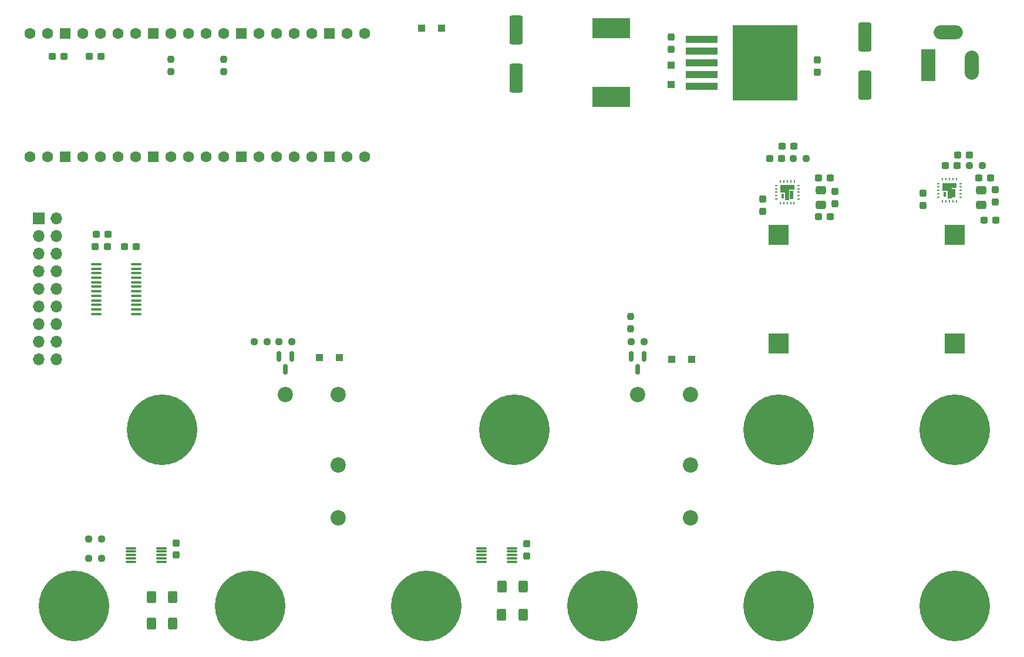
<source format=gbs>
G04 #@! TF.GenerationSoftware,KiCad,Pcbnew,6.0.2+dfsg-1*
G04 #@! TF.CreationDate,2023-02-25T17:51:14+02:00*
G04 #@! TF.ProjectId,pina,70696e61-2e6b-4696-9361-645f70636258,rev?*
G04 #@! TF.SameCoordinates,Original*
G04 #@! TF.FileFunction,Soldermask,Bot*
G04 #@! TF.FilePolarity,Negative*
%FSLAX46Y46*%
G04 Gerber Fmt 4.6, Leading zero omitted, Abs format (unit mm)*
G04 Created by KiCad (PCBNEW 6.0.2+dfsg-1) date 2023-02-25 17:51:14*
%MOMM*%
%LPD*%
G01*
G04 APERTURE LIST*
G04 Aperture macros list*
%AMRoundRect*
0 Rectangle with rounded corners*
0 $1 Rounding radius*
0 $2 $3 $4 $5 $6 $7 $8 $9 X,Y pos of 4 corners*
0 Add a 4 corners polygon primitive as box body*
4,1,4,$2,$3,$4,$5,$6,$7,$8,$9,$2,$3,0*
0 Add four circle primitives for the rounded corners*
1,1,$1+$1,$2,$3*
1,1,$1+$1,$4,$5*
1,1,$1+$1,$6,$7*
1,1,$1+$1,$8,$9*
0 Add four rect primitives between the rounded corners*
20,1,$1+$1,$2,$3,$4,$5,0*
20,1,$1+$1,$4,$5,$6,$7,0*
20,1,$1+$1,$6,$7,$8,$9,0*
20,1,$1+$1,$8,$9,$2,$3,0*%
G04 Aperture macros list end*
%ADD10C,0.010000*%
%ADD11C,10.160000*%
%ADD12C,1.600000*%
%ADD13RoundRect,0.200000X0.600000X-0.600000X0.600000X0.600000X-0.600000X0.600000X-0.600000X-0.600000X0*%
%ADD14R,1.700000X1.700000*%
%ADD15O,1.700000X1.700000*%
%ADD16R,2.000000X4.600000*%
%ADD17O,2.000000X4.200000*%
%ADD18O,4.200000X2.000000*%
%ADD19R,5.400000X2.900000*%
%ADD20RoundRect,0.237500X-0.237500X0.300000X-0.237500X-0.300000X0.237500X-0.300000X0.237500X0.300000X0*%
%ADD21R,2.900000X3.000000*%
%ADD22RoundRect,0.150000X-0.150000X0.587500X-0.150000X-0.587500X0.150000X-0.587500X0.150000X0.587500X0*%
%ADD23R,1.100000X1.100000*%
%ADD24R,0.200000X0.300000*%
%ADD25R,0.300000X0.200000*%
%ADD26R,0.470000X1.170000*%
%ADD27R,0.450000X0.790000*%
%ADD28C,2.200000*%
%ADD29RoundRect,0.237500X0.300000X0.237500X-0.300000X0.237500X-0.300000X-0.237500X0.300000X-0.237500X0*%
%ADD30RoundRect,0.237500X0.237500X-0.300000X0.237500X0.300000X-0.237500X0.300000X-0.237500X-0.300000X0*%
%ADD31RoundRect,0.250000X-0.400000X-0.625000X0.400000X-0.625000X0.400000X0.625000X-0.400000X0.625000X0*%
%ADD32RoundRect,0.237500X-0.237500X0.250000X-0.237500X-0.250000X0.237500X-0.250000X0.237500X0.250000X0*%
%ADD33RoundRect,0.237500X-0.250000X-0.237500X0.250000X-0.237500X0.250000X0.237500X-0.250000X0.237500X0*%
%ADD34RoundRect,0.075000X-0.650000X-0.075000X0.650000X-0.075000X0.650000X0.075000X-0.650000X0.075000X0*%
%ADD35RoundRect,0.237500X0.250000X0.237500X-0.250000X0.237500X-0.250000X-0.237500X0.250000X-0.237500X0*%
%ADD36RoundRect,0.250000X-0.700000X1.825000X-0.700000X-1.825000X0.700000X-1.825000X0.700000X1.825000X0*%
%ADD37RoundRect,0.237500X-0.300000X-0.237500X0.300000X-0.237500X0.300000X0.237500X-0.300000X0.237500X0*%
%ADD38RoundRect,0.250000X0.700000X-1.825000X0.700000X1.825000X-0.700000X1.825000X-0.700000X-1.825000X0*%
%ADD39RoundRect,0.250000X0.475000X-0.337500X0.475000X0.337500X-0.475000X0.337500X-0.475000X-0.337500X0*%
%ADD40RoundRect,0.100000X0.637500X0.100000X-0.637500X0.100000X-0.637500X-0.100000X0.637500X-0.100000X0*%
%ADD41RoundRect,0.250000X0.400000X0.625000X-0.400000X0.625000X-0.400000X-0.625000X0.400000X-0.625000X0*%
%ADD42R,4.600000X1.100000*%
%ADD43R,9.400000X10.800000*%
G04 APERTURE END LIST*
D10*
X199304000Y-66497000D02*
X197354000Y-66497000D01*
X197354000Y-66497000D02*
X197354000Y-67557000D01*
X197354000Y-67557000D02*
X198064000Y-67557000D01*
X198064000Y-67557000D02*
X198064000Y-68647000D01*
X198064000Y-68647000D02*
X198574000Y-68647000D01*
X198574000Y-68647000D02*
X198574000Y-67147000D01*
X198574000Y-67147000D02*
X199304000Y-67147000D01*
X199304000Y-67147000D02*
X199304000Y-66497000D01*
G36*
X199304000Y-67147000D02*
G01*
X198574000Y-67147000D01*
X198574000Y-68647000D01*
X198064000Y-68647000D01*
X198064000Y-67557000D01*
X197354000Y-67557000D01*
X197354000Y-66497000D01*
X199304000Y-66497000D01*
X199304000Y-67147000D01*
G37*
X199304000Y-67147000D02*
X198574000Y-67147000D01*
X198574000Y-68647000D01*
X198064000Y-68647000D01*
X198064000Y-67557000D01*
X197354000Y-67557000D01*
X197354000Y-66497000D01*
X199304000Y-66497000D01*
X199304000Y-67147000D01*
X222693500Y-66235000D02*
X220743500Y-66235000D01*
X220743500Y-66235000D02*
X220743500Y-67295000D01*
X220743500Y-67295000D02*
X221453500Y-67295000D01*
X221453500Y-67295000D02*
X221453500Y-68385000D01*
X221453500Y-68385000D02*
X221963500Y-68385000D01*
X221963500Y-68385000D02*
X221963500Y-66885000D01*
X221963500Y-66885000D02*
X222693500Y-66885000D01*
X222693500Y-66885000D02*
X222693500Y-66235000D01*
G36*
X222693500Y-66885000D02*
G01*
X221963500Y-66885000D01*
X221963500Y-68385000D01*
X221453500Y-68385000D01*
X221453500Y-67295000D01*
X220743500Y-67295000D01*
X220743500Y-66235000D01*
X222693500Y-66235000D01*
X222693500Y-66885000D01*
G37*
X222693500Y-66885000D02*
X221963500Y-66885000D01*
X221963500Y-68385000D01*
X221453500Y-68385000D01*
X221453500Y-67295000D01*
X220743500Y-67295000D01*
X220743500Y-66235000D01*
X222693500Y-66235000D01*
X222693500Y-66885000D01*
D11*
X222504000Y-127254000D03*
X171704000Y-127254000D03*
X146304000Y-127254000D03*
X95504000Y-127254000D03*
X197104000Y-101854000D03*
D12*
X89154000Y-62484000D03*
X91694000Y-62484000D03*
D13*
X94234000Y-62484000D03*
D12*
X96774000Y-62484000D03*
X99314000Y-62484000D03*
X101854000Y-62484000D03*
X104394000Y-62484000D03*
D13*
X106934000Y-62484000D03*
D12*
X109474000Y-62484000D03*
X112014000Y-62484000D03*
X114554000Y-62484000D03*
X117094000Y-62484000D03*
D13*
X119634000Y-62484000D03*
D12*
X122174000Y-62484000D03*
X124714000Y-62484000D03*
X127254000Y-62442119D03*
X129794000Y-62484000D03*
D13*
X132334000Y-62484000D03*
D12*
X134874000Y-62484000D03*
X137414000Y-62484000D03*
X137414000Y-44704000D03*
X134874000Y-44704000D03*
D13*
X132334000Y-44704000D03*
D12*
X129794000Y-44704000D03*
X127254000Y-44704000D03*
X124714000Y-44704000D03*
X122174000Y-44704000D03*
D13*
X119634000Y-44704000D03*
D12*
X117094000Y-44704000D03*
X114554000Y-44704000D03*
X112014000Y-44704000D03*
X109474000Y-44704000D03*
D13*
X106934000Y-44704000D03*
D12*
X104394000Y-44704000D03*
X101854000Y-44704000D03*
X99314000Y-44704000D03*
X96774000Y-44704000D03*
D13*
X94234000Y-44704000D03*
D12*
X91694000Y-44704000D03*
X89154000Y-44704000D03*
D11*
X197104000Y-127254000D03*
X108204000Y-101854000D03*
D14*
X90424000Y-71374000D03*
D15*
X92964000Y-71374000D03*
X90424000Y-73914000D03*
X92964000Y-73914000D03*
X90424000Y-76454000D03*
X92964000Y-76454000D03*
X90424000Y-78994000D03*
X92964000Y-78994000D03*
X90424000Y-81534000D03*
X92964000Y-81534000D03*
X90424000Y-84074000D03*
X92964000Y-84074000D03*
X90424000Y-86614000D03*
X92964000Y-86614000D03*
X90424000Y-89154000D03*
X92964000Y-89154000D03*
X90424000Y-91694000D03*
X92964000Y-91694000D03*
D11*
X120904000Y-127254000D03*
D16*
X218702000Y-49272000D03*
D17*
X225002000Y-49272000D03*
D18*
X221602000Y-44472000D03*
D11*
X159004000Y-101854000D03*
X222504000Y-101854000D03*
D19*
X172982000Y-53826000D03*
X172982000Y-43926000D03*
D20*
X228346000Y-67209500D03*
X228346000Y-68934500D03*
D21*
X222504000Y-73684000D03*
X222504000Y-89384000D03*
D22*
X175834000Y-91264500D03*
X177734000Y-91264500D03*
X176784000Y-93139500D03*
D23*
X181618000Y-52072000D03*
X181618000Y-49272000D03*
D24*
X199329000Y-69172000D03*
X198874000Y-69172000D03*
X198374000Y-69172000D03*
X197874000Y-69172000D03*
X197374000Y-69172000D03*
D25*
X196774000Y-68572000D03*
X196774000Y-68072000D03*
X196774000Y-67572000D03*
X196774000Y-67072000D03*
X196774000Y-66572000D03*
D24*
X197374000Y-65972000D03*
X197874000Y-65972000D03*
X198374000Y-65972000D03*
X198874000Y-65972000D03*
X199374000Y-65972000D03*
D25*
X199974000Y-66572000D03*
X199974000Y-67072000D03*
X199974000Y-67572000D03*
X199974000Y-68072000D03*
X199974000Y-68572000D03*
D26*
X198969000Y-67962000D03*
D27*
X197679000Y-68152000D03*
D28*
X184404000Y-96774000D03*
X184404000Y-106934000D03*
X184404000Y-114554000D03*
X176784000Y-96774000D03*
D22*
X125034000Y-91264500D03*
X126934000Y-91264500D03*
X125984000Y-93139500D03*
D29*
X199340000Y-60960000D03*
X197615000Y-60960000D03*
D30*
X110236000Y-119888000D03*
X110236000Y-118163000D03*
X205232000Y-69188500D03*
X205232000Y-67463500D03*
D29*
X104494500Y-75438000D03*
X102769500Y-75438000D03*
D31*
X157200000Y-124460000D03*
X160300000Y-124460000D03*
D32*
X175768000Y-85447500D03*
X175768000Y-87272500D03*
X117094000Y-48363500D03*
X117094000Y-50188500D03*
D33*
X199239500Y-62738000D03*
X201064500Y-62738000D03*
X224661000Y-63754000D03*
X226486000Y-63754000D03*
D34*
X154264000Y-120888000D03*
X154264000Y-120388000D03*
X154264000Y-119888000D03*
X154264000Y-119388000D03*
X154264000Y-118888000D03*
X158664000Y-118888000D03*
X158664000Y-119388000D03*
X158664000Y-119888000D03*
X158664000Y-120388000D03*
X158664000Y-120888000D03*
D20*
X202700000Y-48510000D03*
X202700000Y-50235000D03*
D33*
X97639500Y-117602000D03*
X99464500Y-117602000D03*
D35*
X177696500Y-89154000D03*
X175871500Y-89154000D03*
D29*
X99414500Y-48006000D03*
X97689500Y-48006000D03*
D21*
X197104000Y-73684000D03*
X197104000Y-89384000D03*
D23*
X145666000Y-43942000D03*
X148466000Y-43942000D03*
D36*
X159266000Y-44131000D03*
X159266000Y-51081000D03*
D20*
X160782000Y-118263500D03*
X160782000Y-119988500D03*
D37*
X202845500Y-71120000D03*
X204570500Y-71120000D03*
D23*
X184534000Y-91694000D03*
X181734000Y-91694000D03*
D34*
X103718000Y-120888000D03*
X103718000Y-120388000D03*
X103718000Y-119888000D03*
X103718000Y-119388000D03*
X103718000Y-118888000D03*
X108118000Y-118888000D03*
X108118000Y-119388000D03*
X108118000Y-119888000D03*
X108118000Y-120388000D03*
X108118000Y-120888000D03*
D29*
X204570500Y-65532000D03*
X202845500Y-65532000D03*
D37*
X92355500Y-48006000D03*
X94080500Y-48006000D03*
D38*
X209558000Y-52097000D03*
X209558000Y-45147000D03*
D29*
X222880000Y-63754000D03*
X221155000Y-63754000D03*
D32*
X109474000Y-48363500D03*
X109474000Y-50188500D03*
D39*
X203200000Y-69363500D03*
X203200000Y-67288500D03*
D29*
X227706000Y-65532000D03*
X225981000Y-65532000D03*
D40*
X104462500Y-77959000D03*
X104462500Y-78609000D03*
X104462500Y-79259000D03*
X104462500Y-79909000D03*
X104462500Y-80559000D03*
X104462500Y-81209000D03*
X104462500Y-81859000D03*
X104462500Y-82509000D03*
X104462500Y-83159000D03*
X104462500Y-83809000D03*
X104462500Y-84459000D03*
X104462500Y-85109000D03*
X98737500Y-85109000D03*
X98737500Y-84459000D03*
X98737500Y-83809000D03*
X98737500Y-83159000D03*
X98737500Y-82509000D03*
X98737500Y-81859000D03*
X98737500Y-81209000D03*
X98737500Y-80559000D03*
X98737500Y-79909000D03*
X98737500Y-79259000D03*
X98737500Y-78609000D03*
X98737500Y-77959000D03*
D30*
X181618000Y-46944500D03*
X181618000Y-45219500D03*
D41*
X160274000Y-128524000D03*
X157174000Y-128524000D03*
D33*
X97639500Y-120396000D03*
X99464500Y-120396000D03*
D20*
X194818000Y-68580000D03*
X194818000Y-70305000D03*
D35*
X126896500Y-89154000D03*
X125071500Y-89154000D03*
D41*
X109754000Y-129794000D03*
X106654000Y-129794000D03*
D33*
X121515500Y-89154000D03*
X123340500Y-89154000D03*
D37*
X98705500Y-73660000D03*
X100430500Y-73660000D03*
D31*
X106654000Y-125984000D03*
X109754000Y-125984000D03*
D29*
X228446500Y-71628000D03*
X226721500Y-71628000D03*
D28*
X133604000Y-96774000D03*
X133604000Y-106934000D03*
X133604000Y-114554000D03*
X125984000Y-96774000D03*
D24*
X222718500Y-68910000D03*
X222263500Y-68910000D03*
X221763500Y-68910000D03*
X221263500Y-68910000D03*
X220763500Y-68910000D03*
D25*
X220163500Y-68310000D03*
X220163500Y-67810000D03*
X220163500Y-67310000D03*
X220163500Y-66810000D03*
X220163500Y-66310000D03*
D24*
X220763500Y-65710000D03*
X221263500Y-65710000D03*
X221763500Y-65710000D03*
X222263500Y-65710000D03*
X222763500Y-65710000D03*
D25*
X223363500Y-66310000D03*
X223363500Y-66810000D03*
X223363500Y-67310000D03*
X223363500Y-67810000D03*
X223363500Y-68310000D03*
D26*
X222358500Y-67700000D03*
D27*
X221068500Y-67890000D03*
D29*
X224658000Y-62230000D03*
X222933000Y-62230000D03*
D23*
X133734000Y-91440000D03*
X130934000Y-91440000D03*
D42*
X186045000Y-52295000D03*
X186045000Y-50595000D03*
D43*
X195195000Y-48895000D03*
D42*
X186045000Y-48895000D03*
X186045000Y-47195000D03*
X186045000Y-45495000D03*
D20*
X217953500Y-67717500D03*
X217953500Y-69442500D03*
D37*
X98584000Y-75438000D03*
X100309000Y-75438000D03*
D39*
X226314000Y-69363500D03*
X226314000Y-67288500D03*
D29*
X197562000Y-62738000D03*
X195837000Y-62738000D03*
M02*

</source>
